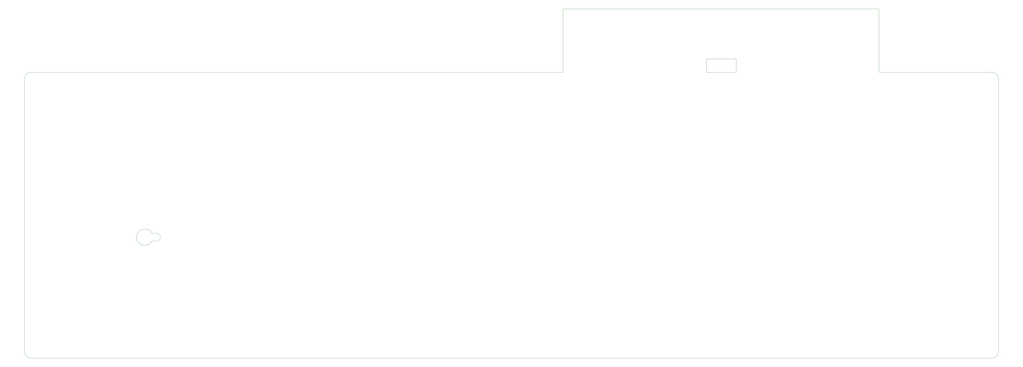
<source format=gbr>
%TF.GenerationSoftware,KiCad,Pcbnew,(6.99.0-3429-gce3fe46751)*%
%TF.CreationDate,2022-10-17T19:36:07+02:00*%
%TF.ProjectId,FXTal_rev1,46585461-6c5f-4726-9576-312e6b696361,rev?*%
%TF.SameCoordinates,PXe1237f8PYe7db780*%
%TF.FileFunction,Profile,NP*%
%FSLAX46Y46*%
G04 Gerber Fmt 4.6, Leading zero omitted, Abs format (unit mm)*
G04 Created by KiCad (PCBNEW (6.99.0-3429-gce3fe46751)) date 2022-10-17 19:36:07*
%MOMM*%
%LPD*%
G01*
G04 APERTURE LIST*
%TA.AperFunction,Profile*%
%ADD10C,0.050000*%
%TD*%
G04 APERTURE END LIST*
D10*
X221691000Y-38009000D02*
X-191259000Y-38009000D01*
X224691000Y81991000D02*
X224691000Y-35009000D01*
X-135759000Y14041000D02*
G75*
G03*
X-137408996Y15691000I-1650000J0D01*
G01*
X99041000Y84991000D02*
X99041000Y90751000D01*
X173221000Y112031000D02*
G75*
G03*
X173021000Y112231000I-200000J0D01*
G01*
X-191259000Y84991000D02*
G75*
G03*
X-194246680Y82262607I0J-3000000D01*
G01*
X-137409000Y12391004D02*
X-139359001Y12391000D01*
X-194246680Y82262607D02*
X-194259000Y-35009000D01*
X-137409000Y12391000D02*
G75*
G03*
X-135759000Y14041000I0J1650000D01*
G01*
X-191259000Y84991000D02*
X37241000Y84990502D01*
X221691000Y-38009000D02*
G75*
G03*
X224691000Y-35009000I0J3000000D01*
G01*
X111841000Y84991000D02*
X99041000Y84991000D01*
X111841000Y84991000D02*
X111841000Y90751000D01*
X99041000Y90751000D02*
X111841000Y90751000D01*
X173221000Y112031000D02*
X173221000Y85091000D01*
X173021000Y112231000D02*
X37541000Y112231000D01*
X37341000Y112031000D02*
X37340999Y85101000D01*
X-194259000Y-35009000D02*
G75*
G03*
X-191259000Y-38009000I3000000J0D01*
G01*
X37241000Y84990503D02*
G75*
G03*
X37340998Y85101000I0J100497D01*
G01*
X173221000Y85091000D02*
G75*
G03*
X173321000Y84991000I100000J0D01*
G01*
X37541000Y112231000D02*
G75*
G03*
X37341000Y112031000I0J-200000D01*
G01*
X173321000Y84991000D02*
X221691000Y84991000D01*
X224691000Y81991000D02*
G75*
G03*
X221691000Y84991000I-3000000J0D01*
G01*
X-139359001Y15691000D02*
X-137408996Y15691000D01*
X-139359002Y15691000D02*
G75*
G03*
X-139359002Y12391000I-3149998J-1650000D01*
G01*
M02*

</source>
